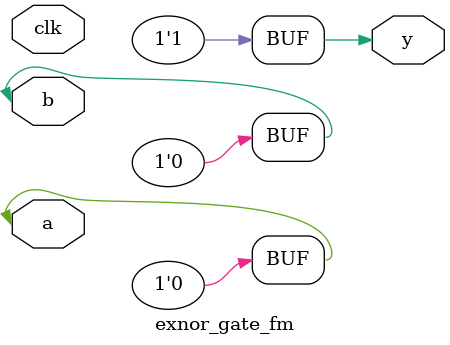
<source format=v>
module exnor_gate_fm(clk,a,b,y);
    input clk;
    input a,b;
    output y;

    assign a = 1'b0;
    assign b = 1'b0;
    assign y = ~(a ^ b);
endmodule
</source>
